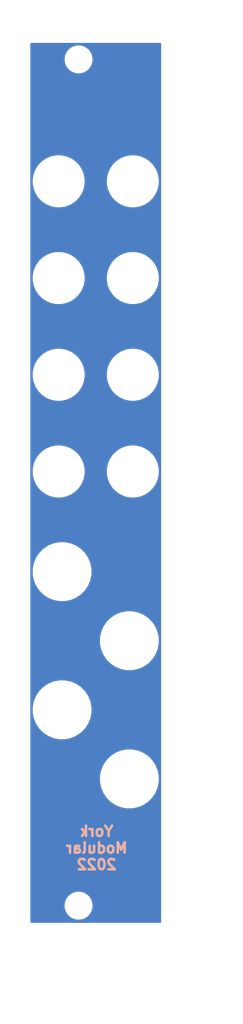
<source format=kicad_pcb>
(kicad_pcb (version 20171130) (host pcbnew 5.1.9+dfsg1-1)

  (general
    (thickness 1.6)
    (drawings 37)
    (tracks 0)
    (zones 0)
    (modules 0)
    (nets 1)
  )

  (page A4)
  (layers
    (0 F.Cu signal)
    (31 B.Cu signal)
    (32 B.Adhes user)
    (33 F.Adhes user)
    (34 B.Paste user)
    (35 F.Paste user)
    (36 B.SilkS user)
    (37 F.SilkS user)
    (38 B.Mask user)
    (39 F.Mask user)
    (40 Dwgs.User user)
    (41 Cmts.User user)
    (42 Eco1.User user)
    (43 Eco2.User user)
    (44 Edge.Cuts user)
    (45 Margin user)
    (46 B.CrtYd user)
    (47 F.CrtYd user)
    (48 B.Fab user)
    (49 F.Fab user)
  )

  (setup
    (last_trace_width 0.25)
    (trace_clearance 0.2)
    (zone_clearance 0.508)
    (zone_45_only no)
    (trace_min 0.2)
    (via_size 0.8)
    (via_drill 0.4)
    (via_min_size 0.4)
    (via_min_drill 0.3)
    (uvia_size 0.3)
    (uvia_drill 0.1)
    (uvias_allowed no)
    (uvia_min_size 0.2)
    (uvia_min_drill 0.1)
    (edge_width 0.05)
    (segment_width 0.2)
    (pcb_text_width 0.3)
    (pcb_text_size 1.5 1.5)
    (mod_edge_width 0.12)
    (mod_text_size 1 1)
    (mod_text_width 0.15)
    (pad_size 1.524 1.524)
    (pad_drill 0.762)
    (pad_to_mask_clearance 0.05)
    (aux_axis_origin 0 0)
    (visible_elements FFFFFF7F)
    (pcbplotparams
      (layerselection 0x010fc_ffffffff)
      (usegerberextensions false)
      (usegerberattributes true)
      (usegerberadvancedattributes true)
      (creategerberjobfile true)
      (excludeedgelayer true)
      (linewidth 0.100000)
      (plotframeref false)
      (viasonmask false)
      (mode 1)
      (useauxorigin false)
      (hpglpennumber 1)
      (hpglpenspeed 20)
      (hpglpendiameter 15.000000)
      (psnegative false)
      (psa4output false)
      (plotreference true)
      (plotvalue true)
      (plotinvisibletext false)
      (padsonsilk false)
      (subtractmaskfromsilk false)
      (outputformat 1)
      (mirror false)
      (drillshape 1)
      (scaleselection 1)
      (outputdirectory ""))
  )

  (net 0 "")

  (net_class Default "This is the default net class."
    (clearance 0.2)
    (trace_width 0.25)
    (via_dia 0.8)
    (via_drill 0.4)
    (uvia_dia 0.3)
    (uvia_drill 0.1)
  )

  (gr_text "York\nModular\n2022" (at 112 159) (layer B.SilkS)
    (effects (font (size 1.5 1.5) (thickness 0.375)) (justify mirror))
  )
  (gr_text AT4 (at 117.5 44.75) (layer F.Mask) (tstamp 61C650FA)
    (effects (font (size 2.5 2.5) (thickness 0.625)))
  )
  (gr_text AT4 (at 117.5 44.75) (layer F.Cu)
    (effects (font (size 2.5 2.5) (thickness 0.625)))
  )
  (gr_text 1 (at 116.75 118.75) (layer F.Mask) (tstamp 61C650A3)
    (effects (font (size 2 2) (thickness 0.5)))
  )
  (gr_text 2 (at 107 129) (layer F.Mask) (tstamp 61C6509F)
    (effects (font (size 2 2) (thickness 0.5)))
  )
  (gr_text 3 (at 116.75 139) (layer F.Mask) (tstamp 61C6509A)
    (effects (font (size 2 2) (thickness 0.5)))
  )
  (gr_text 4 (at 107 149) (layer F.Mask) (tstamp 61C65096)
    (effects (font (size 2 2) (thickness 0.5)))
  )
  (gr_text 4 (at 112 97.75) (layer F.Mask) (tstamp 61C6508F)
    (effects (font (size 2 2) (thickness 0.5)))
  )
  (gr_text 3 (at 112 83.75) (layer F.Mask) (tstamp 61C6508A)
    (effects (font (size 2 2) (thickness 0.5)))
  )
  (gr_text 2 (at 112 69.75) (layer F.Mask) (tstamp 61C65086)
    (effects (font (size 2 2) (thickness 0.5)))
  )
  (gr_text 1 (at 112 55.5) (layer F.Mask) (tstamp 61C6507B)
    (effects (font (size 2 2) (thickness 0.5)))
  )
  (gr_text 4 (at 107 149) (layer F.Cu) (tstamp 61C6506B)
    (effects (font (size 2 2) (thickness 0.5)))
  )
  (gr_text "3\n" (at 116.75 139) (layer F.Cu) (tstamp 61C6505D)
    (effects (font (size 2 2) (thickness 0.5)))
  )
  (gr_text 2 (at 107 129) (layer F.Cu) (tstamp 61C65050)
    (effects (font (size 2 2) (thickness 0.5)))
  )
  (gr_text 1 (at 116.75 118.75) (layer F.Cu) (tstamp 61C65048)
    (effects (font (size 2 2) (thickness 0.5)))
  )
  (gr_text "4\n" (at 112 97.75) (layer F.Cu) (tstamp 61C65035)
    (effects (font (size 2 2) (thickness 0.5)))
  )
  (gr_text 3 (at 112 83.75) (layer F.Cu) (tstamp 61C65025)
    (effects (font (size 2 2) (thickness 0.5)))
  )
  (gr_text 2 (at 112 69.75) (layer F.Cu) (tstamp 61C65019)
    (effects (font (size 2 2) (thickness 0.5)))
  )
  (gr_text 1 (at 112 55.5) (layer F.Cu)
    (effects (font (size 2 2) (thickness 0.5)))
  )
  (gr_circle (center 116.755 149) (end 120.505 149) (layer Edge.Cuts) (width 0.0001))
  (gr_circle (center 109.39 167.35) (end 110.89 167.35) (layer Edge.Cuts) (width 0.0001))
  (gr_circle (center 117.255 76.5) (end 120.505 76.5) (layer Edge.Cuts) (width 0.0001))
  (gr_circle (center 107 139) (end 110.75 139) (layer Edge.Cuts) (width 0.0001))
  (gr_circle (center 116.755 129) (end 120.505 129) (layer Edge.Cuts) (width 0.0001))
  (gr_line (start 101.89 170.35) (end 101.89 41.95) (layer Edge.Cuts) (width 0.0001))
  (gr_line (start 121.87 41.95) (end 121.87 170.35) (layer Edge.Cuts) (width 0.0001))
  (gr_circle (center 117.255 62.5) (end 120.505 62.5) (layer Edge.Cuts) (width 0.0001))
  (gr_circle (center 106.505 62.5) (end 109.755 62.5) (layer Edge.Cuts) (width 0.0001))
  (gr_line (start 101.89 41.95) (end 121.87 41.95) (layer Edge.Cuts) (width 0.0001))
  (gr_circle (center 109.39 44.85) (end 110.89 44.85) (layer Edge.Cuts) (width 0.0001))
  (gr_circle (center 106.505 104.500001) (end 109.755 104.500001) (layer Edge.Cuts) (width 0.0001))
  (gr_line (start 121.87 170.35) (end 101.89 170.35) (layer Edge.Cuts) (width 0.0001))
  (gr_circle (center 117.255 104.500001) (end 120.505 104.500001) (layer Edge.Cuts) (width 0.0001))
  (gr_circle (center 106.505 90.5) (end 109.755 90.5) (layer Edge.Cuts) (width 0.0001))
  (gr_circle (center 106.505 76.5) (end 109.755 76.5) (layer Edge.Cuts) (width 0.0001))
  (gr_circle (center 117.255 90.5) (end 120.505 90.5) (layer Edge.Cuts) (width 0.0001))
  (gr_circle (center 107 119) (end 110.75 119) (layer Edge.Cuts) (width 0.0001))

  (zone (net 0) (net_name "") (layer B.Cu) (tstamp 0) (hatch edge 0.508)
    (connect_pads (clearance 0.508))
    (min_thickness 0.254)
    (fill yes (arc_segments 32) (thermal_gap 0.508) (thermal_bridge_width 0.508))
    (polygon
      (pts
        (xy 123.75 38.25) (xy 133.25 184.5) (xy 99.25 174) (xy 98 36.25)
      )
    )
    (filled_polygon
      (pts
        (xy 121.234951 169.71495) (xy 102.52505 169.71495) (xy 102.52505 167.138768) (xy 107.245327 167.138768) (xy 107.245327 167.561232)
        (xy 107.327746 167.975578) (xy 107.489416 168.365884) (xy 107.724124 168.717149) (xy 108.022851 169.015876) (xy 108.374116 169.250584)
        (xy 108.764422 169.412254) (xy 109.178768 169.494673) (xy 109.601232 169.494673) (xy 110.015578 169.412254) (xy 110.405884 169.250584)
        (xy 110.757149 169.015876) (xy 111.055876 168.717149) (xy 111.290584 168.365884) (xy 111.452254 167.975578) (xy 111.534673 167.561232)
        (xy 111.534673 167.138768) (xy 111.452254 166.724422) (xy 111.290584 166.334116) (xy 111.055876 165.982851) (xy 110.757149 165.684124)
        (xy 110.405884 165.449416) (xy 110.015578 165.287746) (xy 109.601232 165.205327) (xy 109.178768 165.205327) (xy 108.764422 165.287746)
        (xy 108.374116 165.449416) (xy 108.022851 165.684124) (xy 107.724124 165.982851) (xy 107.489416 166.334116) (xy 107.327746 166.724422)
        (xy 107.245327 167.138768) (xy 102.52505 167.138768) (xy 102.52505 148.56823) (xy 112.371162 148.56823) (xy 112.371162 149.43177)
        (xy 112.53963 150.278719) (xy 112.870093 151.076526) (xy 113.34985 151.794534) (xy 113.960466 152.40515) (xy 114.678474 152.884907)
        (xy 115.476281 153.21537) (xy 116.32323 153.383838) (xy 117.18677 153.383838) (xy 118.033719 153.21537) (xy 118.831526 152.884907)
        (xy 119.549534 152.40515) (xy 120.16015 151.794534) (xy 120.639907 151.076526) (xy 120.97037 150.278719) (xy 121.138838 149.43177)
        (xy 121.138838 148.56823) (xy 120.97037 147.721281) (xy 120.639907 146.923474) (xy 120.16015 146.205466) (xy 119.549534 145.59485)
        (xy 118.831526 145.115093) (xy 118.033719 144.78463) (xy 117.18677 144.616162) (xy 116.32323 144.616162) (xy 115.476281 144.78463)
        (xy 114.678474 145.115093) (xy 113.960466 145.59485) (xy 113.34985 146.205466) (xy 112.870093 146.923474) (xy 112.53963 147.721281)
        (xy 112.371162 148.56823) (xy 102.52505 148.56823) (xy 102.52505 138.56823) (xy 102.616162 138.56823) (xy 102.616162 139.43177)
        (xy 102.78463 140.278719) (xy 103.115093 141.076526) (xy 103.59485 141.794534) (xy 104.205466 142.40515) (xy 104.923474 142.884907)
        (xy 105.721281 143.21537) (xy 106.56823 143.383838) (xy 107.43177 143.383838) (xy 108.278719 143.21537) (xy 109.076526 142.884907)
        (xy 109.794534 142.40515) (xy 110.40515 141.794534) (xy 110.884907 141.076526) (xy 111.21537 140.278719) (xy 111.383838 139.43177)
        (xy 111.383838 138.56823) (xy 111.21537 137.721281) (xy 110.884907 136.923474) (xy 110.40515 136.205466) (xy 109.794534 135.59485)
        (xy 109.076526 135.115093) (xy 108.278719 134.78463) (xy 107.43177 134.616162) (xy 106.56823 134.616162) (xy 105.721281 134.78463)
        (xy 104.923474 135.115093) (xy 104.205466 135.59485) (xy 103.59485 136.205466) (xy 103.115093 136.923474) (xy 102.78463 137.721281)
        (xy 102.616162 138.56823) (xy 102.52505 138.56823) (xy 102.52505 128.56823) (xy 112.371162 128.56823) (xy 112.371162 129.43177)
        (xy 112.53963 130.278719) (xy 112.870093 131.076526) (xy 113.34985 131.794534) (xy 113.960466 132.40515) (xy 114.678474 132.884907)
        (xy 115.476281 133.21537) (xy 116.32323 133.383838) (xy 117.18677 133.383838) (xy 118.033719 133.21537) (xy 118.831526 132.884907)
        (xy 119.549534 132.40515) (xy 120.16015 131.794534) (xy 120.639907 131.076526) (xy 120.97037 130.278719) (xy 121.138838 129.43177)
        (xy 121.138838 128.56823) (xy 120.97037 127.721281) (xy 120.639907 126.923474) (xy 120.16015 126.205466) (xy 119.549534 125.59485)
        (xy 118.831526 125.115093) (xy 118.033719 124.78463) (xy 117.18677 124.616162) (xy 116.32323 124.616162) (xy 115.476281 124.78463)
        (xy 114.678474 125.115093) (xy 113.960466 125.59485) (xy 113.34985 126.205466) (xy 112.870093 126.923474) (xy 112.53963 127.721281)
        (xy 112.371162 128.56823) (xy 102.52505 128.56823) (xy 102.52505 118.56823) (xy 102.616162 118.56823) (xy 102.616162 119.43177)
        (xy 102.78463 120.278719) (xy 103.115093 121.076526) (xy 103.59485 121.794534) (xy 104.205466 122.40515) (xy 104.923474 122.884907)
        (xy 105.721281 123.21537) (xy 106.56823 123.383838) (xy 107.43177 123.383838) (xy 108.278719 123.21537) (xy 109.076526 122.884907)
        (xy 109.794534 122.40515) (xy 110.40515 121.794534) (xy 110.884907 121.076526) (xy 111.21537 120.278719) (xy 111.383838 119.43177)
        (xy 111.383838 118.56823) (xy 111.21537 117.721281) (xy 110.884907 116.923474) (xy 110.40515 116.205466) (xy 109.794534 115.59485)
        (xy 109.076526 115.115093) (xy 108.278719 114.78463) (xy 107.43177 114.616162) (xy 106.56823 114.616162) (xy 105.721281 114.78463)
        (xy 104.923474 115.115093) (xy 104.205466 115.59485) (xy 103.59485 116.205466) (xy 103.115093 116.923474) (xy 102.78463 117.721281)
        (xy 102.616162 118.56823) (xy 102.52505 118.56823) (xy 102.52505 104.117239) (xy 102.618754 104.117239) (xy 102.618754 104.882763)
        (xy 102.7681 105.633577) (xy 103.061053 106.340829) (xy 103.486356 106.977338) (xy 104.027663 107.518645) (xy 104.664172 107.943948)
        (xy 105.371424 108.236901) (xy 106.122238 108.386247) (xy 106.887762 108.386247) (xy 107.638576 108.236901) (xy 108.345828 107.943948)
        (xy 108.982337 107.518645) (xy 109.523644 106.977338) (xy 109.948947 106.340829) (xy 110.2419 105.633577) (xy 110.391246 104.882763)
        (xy 110.391246 104.117239) (xy 113.368754 104.117239) (xy 113.368754 104.882763) (xy 113.5181 105.633577) (xy 113.811053 106.340829)
        (xy 114.236356 106.977338) (xy 114.777663 107.518645) (xy 115.414172 107.943948) (xy 116.121424 108.236901) (xy 116.872238 108.386247)
        (xy 117.637762 108.386247) (xy 118.388576 108.236901) (xy 119.095828 107.943948) (xy 119.732337 107.518645) (xy 120.273644 106.977338)
        (xy 120.698947 106.340829) (xy 120.9919 105.633577) (xy 121.141246 104.882763) (xy 121.141246 104.117239) (xy 120.9919 103.366425)
        (xy 120.698947 102.659173) (xy 120.273644 102.022664) (xy 119.732337 101.481357) (xy 119.095828 101.056054) (xy 118.388576 100.763101)
        (xy 117.637762 100.613755) (xy 116.872238 100.613755) (xy 116.121424 100.763101) (xy 115.414172 101.056054) (xy 114.777663 101.481357)
        (xy 114.236356 102.022664) (xy 113.811053 102.659173) (xy 113.5181 103.366425) (xy 113.368754 104.117239) (xy 110.391246 104.117239)
        (xy 110.2419 103.366425) (xy 109.948947 102.659173) (xy 109.523644 102.022664) (xy 108.982337 101.481357) (xy 108.345828 101.056054)
        (xy 107.638576 100.763101) (xy 106.887762 100.613755) (xy 106.122238 100.613755) (xy 105.371424 100.763101) (xy 104.664172 101.056054)
        (xy 104.027663 101.481357) (xy 103.486356 102.022664) (xy 103.061053 102.659173) (xy 102.7681 103.366425) (xy 102.618754 104.117239)
        (xy 102.52505 104.117239) (xy 102.52505 90.117238) (xy 102.618754 90.117238) (xy 102.618754 90.882762) (xy 102.7681 91.633576)
        (xy 103.061053 92.340828) (xy 103.486356 92.977337) (xy 104.027663 93.518644) (xy 104.664172 93.943947) (xy 105.371424 94.2369)
        (xy 106.122238 94.386246) (xy 106.887762 94.386246) (xy 107.638576 94.2369) (xy 108.345828 93.943947) (xy 108.982337 93.518644)
        (xy 109.523644 92.977337) (xy 109.948947 92.340828) (xy 110.2419 91.633576) (xy 110.391246 90.882762) (xy 110.391246 90.117238)
        (xy 113.368754 90.117238) (xy 113.368754 90.882762) (xy 113.5181 91.633576) (xy 113.811053 92.340828) (xy 114.236356 92.977337)
        (xy 114.777663 93.518644) (xy 115.414172 93.943947) (xy 116.121424 94.2369) (xy 116.872238 94.386246) (xy 117.637762 94.386246)
        (xy 118.388576 94.2369) (xy 119.095828 93.943947) (xy 119.732337 93.518644) (xy 120.273644 92.977337) (xy 120.698947 92.340828)
        (xy 120.9919 91.633576) (xy 121.141246 90.882762) (xy 121.141246 90.117238) (xy 120.9919 89.366424) (xy 120.698947 88.659172)
        (xy 120.273644 88.022663) (xy 119.732337 87.481356) (xy 119.095828 87.056053) (xy 118.388576 86.7631) (xy 117.637762 86.613754)
        (xy 116.872238 86.613754) (xy 116.121424 86.7631) (xy 115.414172 87.056053) (xy 114.777663 87.481356) (xy 114.236356 88.022663)
        (xy 113.811053 88.659172) (xy 113.5181 89.366424) (xy 113.368754 90.117238) (xy 110.391246 90.117238) (xy 110.2419 89.366424)
        (xy 109.948947 88.659172) (xy 109.523644 88.022663) (xy 108.982337 87.481356) (xy 108.345828 87.056053) (xy 107.638576 86.7631)
        (xy 106.887762 86.613754) (xy 106.122238 86.613754) (xy 105.371424 86.7631) (xy 104.664172 87.056053) (xy 104.027663 87.481356)
        (xy 103.486356 88.022663) (xy 103.061053 88.659172) (xy 102.7681 89.366424) (xy 102.618754 90.117238) (xy 102.52505 90.117238)
        (xy 102.52505 76.117238) (xy 102.618754 76.117238) (xy 102.618754 76.882762) (xy 102.7681 77.633576) (xy 103.061053 78.340828)
        (xy 103.486356 78.977337) (xy 104.027663 79.518644) (xy 104.664172 79.943947) (xy 105.371424 80.2369) (xy 106.122238 80.386246)
        (xy 106.887762 80.386246) (xy 107.638576 80.2369) (xy 108.345828 79.943947) (xy 108.982337 79.518644) (xy 109.523644 78.977337)
        (xy 109.948947 78.340828) (xy 110.2419 77.633576) (xy 110.391246 76.882762) (xy 110.391246 76.117238) (xy 113.368754 76.117238)
        (xy 113.368754 76.882762) (xy 113.5181 77.633576) (xy 113.811053 78.340828) (xy 114.236356 78.977337) (xy 114.777663 79.518644)
        (xy 115.414172 79.943947) (xy 116.121424 80.2369) (xy 116.872238 80.386246) (xy 117.637762 80.386246) (xy 118.388576 80.2369)
        (xy 119.095828 79.943947) (xy 119.732337 79.518644) (xy 120.273644 78.977337) (xy 120.698947 78.340828) (xy 120.9919 77.633576)
        (xy 121.141246 76.882762) (xy 121.141246 76.117238) (xy 120.9919 75.366424) (xy 120.698947 74.659172) (xy 120.273644 74.022663)
        (xy 119.732337 73.481356) (xy 119.095828 73.056053) (xy 118.388576 72.7631) (xy 117.637762 72.613754) (xy 116.872238 72.613754)
        (xy 116.121424 72.7631) (xy 115.414172 73.056053) (xy 114.777663 73.481356) (xy 114.236356 74.022663) (xy 113.811053 74.659172)
        (xy 113.5181 75.366424) (xy 113.368754 76.117238) (xy 110.391246 76.117238) (xy 110.2419 75.366424) (xy 109.948947 74.659172)
        (xy 109.523644 74.022663) (xy 108.982337 73.481356) (xy 108.345828 73.056053) (xy 107.638576 72.7631) (xy 106.887762 72.613754)
        (xy 106.122238 72.613754) (xy 105.371424 72.7631) (xy 104.664172 73.056053) (xy 104.027663 73.481356) (xy 103.486356 74.022663)
        (xy 103.061053 74.659172) (xy 102.7681 75.366424) (xy 102.618754 76.117238) (xy 102.52505 76.117238) (xy 102.52505 62.117238)
        (xy 102.618754 62.117238) (xy 102.618754 62.882762) (xy 102.7681 63.633576) (xy 103.061053 64.340828) (xy 103.486356 64.977337)
        (xy 104.027663 65.518644) (xy 104.664172 65.943947) (xy 105.371424 66.2369) (xy 106.122238 66.386246) (xy 106.887762 66.386246)
        (xy 107.638576 66.2369) (xy 108.345828 65.943947) (xy 108.982337 65.518644) (xy 109.523644 64.977337) (xy 109.948947 64.340828)
        (xy 110.2419 63.633576) (xy 110.391246 62.882762) (xy 110.391246 62.117238) (xy 113.368754 62.117238) (xy 113.368754 62.882762)
        (xy 113.5181 63.633576) (xy 113.811053 64.340828) (xy 114.236356 64.977337) (xy 114.777663 65.518644) (xy 115.414172 65.943947)
        (xy 116.121424 66.2369) (xy 116.872238 66.386246) (xy 117.637762 66.386246) (xy 118.388576 66.2369) (xy 119.095828 65.943947)
        (xy 119.732337 65.518644) (xy 120.273644 64.977337) (xy 120.698947 64.340828) (xy 120.9919 63.633576) (xy 121.141246 62.882762)
        (xy 121.141246 62.117238) (xy 120.9919 61.366424) (xy 120.698947 60.659172) (xy 120.273644 60.022663) (xy 119.732337 59.481356)
        (xy 119.095828 59.056053) (xy 118.388576 58.7631) (xy 117.637762 58.613754) (xy 116.872238 58.613754) (xy 116.121424 58.7631)
        (xy 115.414172 59.056053) (xy 114.777663 59.481356) (xy 114.236356 60.022663) (xy 113.811053 60.659172) (xy 113.5181 61.366424)
        (xy 113.368754 62.117238) (xy 110.391246 62.117238) (xy 110.2419 61.366424) (xy 109.948947 60.659172) (xy 109.523644 60.022663)
        (xy 108.982337 59.481356) (xy 108.345828 59.056053) (xy 107.638576 58.7631) (xy 106.887762 58.613754) (xy 106.122238 58.613754)
        (xy 105.371424 58.7631) (xy 104.664172 59.056053) (xy 104.027663 59.481356) (xy 103.486356 60.022663) (xy 103.061053 60.659172)
        (xy 102.7681 61.366424) (xy 102.618754 62.117238) (xy 102.52505 62.117238) (xy 102.52505 44.638768) (xy 107.245327 44.638768)
        (xy 107.245327 45.061232) (xy 107.327746 45.475578) (xy 107.489416 45.865884) (xy 107.724124 46.217149) (xy 108.022851 46.515876)
        (xy 108.374116 46.750584) (xy 108.764422 46.912254) (xy 109.178768 46.994673) (xy 109.601232 46.994673) (xy 110.015578 46.912254)
        (xy 110.405884 46.750584) (xy 110.757149 46.515876) (xy 111.055876 46.217149) (xy 111.290584 45.865884) (xy 111.452254 45.475578)
        (xy 111.534673 45.061232) (xy 111.534673 44.638768) (xy 111.452254 44.224422) (xy 111.290584 43.834116) (xy 111.055876 43.482851)
        (xy 110.757149 43.184124) (xy 110.405884 42.949416) (xy 110.015578 42.787746) (xy 109.601232 42.705327) (xy 109.178768 42.705327)
        (xy 108.764422 42.787746) (xy 108.374116 42.949416) (xy 108.022851 43.184124) (xy 107.724124 43.482851) (xy 107.489416 43.834116)
        (xy 107.327746 44.224422) (xy 107.245327 44.638768) (xy 102.52505 44.638768) (xy 102.52505 42.58505) (xy 121.23495 42.58505)
      )
    )
  )
)

</source>
